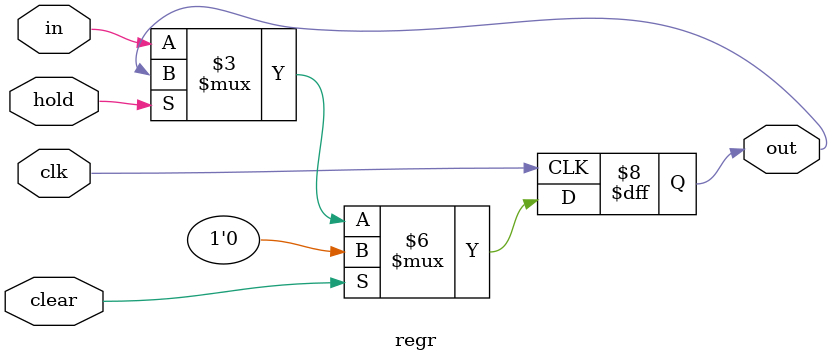
<source format=v>

/*
 * NAME
 *
 * regr - register of data that can be held or cleared
 *
 * DESCRIPTION
 *
 * The regr (register) module can be used to store data in the current
 * cylcle so it will be output on the next cycle.  Signals are also
 * provided to hold the data or clear it.  The hold and clear signals
 * are both synchronous with the clock.
 *
 * The first example creates a 8-bit register.  The clear and hold
 * signals are taken from elsewhere.
 *
 *   wire [7:0] data_s1;
 *   wire [7:0] data_s2;
 *
 *   regr #(.N(8)) r1(.clk(clk), .clear(clear), .hold(hold),
 *                      .in(data_s1), .out(data_s2))
 *
 * Multiple signals can be grouped together using array notation.
 *
 *   regr #(.N(8)) r1(.clk(clk), .clear(clear), .hold(hold),
 *                      .in({x1, x2}), .out({y1, y2}))
 */

`ifndef _regr
`define _regr

module regr (
	input clk,
	input clear,
	input hold,
	input wire [N-1:0] in,
	output reg [N-1:0] out);

	parameter N = 1;

	always @(posedge clk) begin
		if (clear)
			out <= {N{1'b0}};
		else if (hold)
			out <= out;
		else
			out <= in;
	end
endmodule

`endif

</source>
